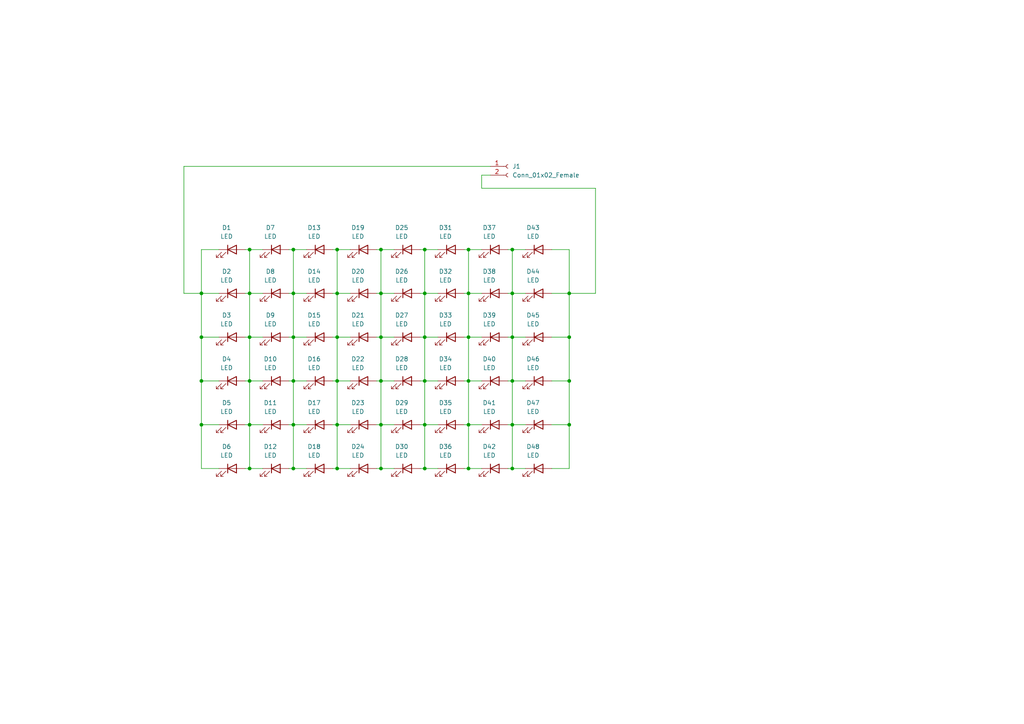
<source format=kicad_sch>
(kicad_sch (version 20211123) (generator eeschema)
  (paper "A4")
  (lib_symbols
    (symbol "Connector:Conn_01x02_Female" (pin_names (offset 1.016) hide)
      (property "Reference" "J" (at 0 2.54 0))
      (property "Value" "Conn_01x02_Female" (at 0 -5.08 0))
      (symbol "Conn_01x02_Female_1_1"
        (arc (start 0 -2.032) (mid -0.508 -2.54) (end 0 -3.048) (stroke (width 0.1524)))
        (polyline (pts (xy -1.27 -2.54) (xy -0.508 -2.54)) (stroke (width 0.1524)))
        (polyline (pts (xy -1.27 0) (xy -0.508 0)) (stroke (width 0.1524)))
        (arc (start 0 0.508) (mid -0.508 0) (end 0 -0.508) (stroke (width 0.1524)))
        (pin passive line (at -5.08 0 0) (length 3.81) (name "Pin_1") (number "1"))
        (pin passive line (at -5.08 -2.54 0) (length 3.81) (name "Pin_2") (number "2"))
      )
    )
    (symbol "Device:LED" (pin_numbers hide) (pin_names (offset 1.016) hide)
      (property "Reference" "D" (at 0 2.54 0))
      (property "Value" "LED" (at 0 -2.54 0))
      (symbol "LED_0_1"
        (polyline (pts (xy -1.27 -1.27) (xy -1.27 1.27)) (stroke (width 0.254)))
        (polyline (pts (xy -1.27 0) (xy 1.27 0)))
        (polyline (pts (xy 1.27 -1.27) (xy 1.27 1.27) (xy -1.27 0) (xy 1.27 -1.27)) (stroke (width 0.254)))
        (polyline (pts (xy -3.048 -0.762) (xy -4.572 -2.286) (xy -3.81 -2.286) (xy -4.572 -2.286) (xy -4.572 -1.524)))
        (polyline (pts (xy -1.778 -0.762) (xy -3.302 -2.286) (xy -2.54 -2.286) (xy -3.302 -2.286) (xy -3.302 -1.524)))
      )
      (symbol "LED_1_1"
        (pin passive line (at -3.81 0 0) (length 2.54) (name "K") (number "1"))
        (pin passive line (at 3.81 0 180) (length 2.54) (name "A") (number "2"))
      )
    )
  )
  (junction (at 123.19 135.89))
  (junction (at 165.1 123.19))
  (junction (at 58.42 97.79))
  (junction (at 165.1 85.09))
  (junction (at 72.39 135.89))
  (junction (at 85.09 72.39))
  (junction (at 97.79 72.39))
  (junction (at 110.49 72.39))
  (junction (at 135.89 72.39))
  (junction (at 72.39 72.39))
  (junction (at 165.1 97.79))
  (junction (at 58.42 85.09))
  (junction (at 148.59 97.79))
  (junction (at 148.59 110.49))
  (junction (at 148.59 123.19))
  (junction (at 72.39 85.09))
  (junction (at 85.09 85.09))
  (junction (at 110.49 123.19))
  (junction (at 135.89 123.19))
  (junction (at 123.19 123.19))
  (junction (at 97.79 110.49))
  (junction (at 97.79 97.79))
  (junction (at 97.79 85.09))
  (junction (at 110.49 85.09))
  (junction (at 123.19 85.09))
  (junction (at 135.89 85.09))
  (junction (at 148.59 85.09))
  (junction (at 135.89 110.49))
  (junction (at 123.19 97.79))
  (junction (at 110.49 97.79))
  (junction (at 135.89 97.79))
  (junction (at 123.19 110.49))
  (junction (at 110.49 110.49))
  (junction (at 85.09 123.19))
  (junction (at 97.79 123.19))
  (junction (at 72.39 123.19))
  (junction (at 72.39 110.49))
  (junction (at 72.39 97.79))
  (junction (at 85.09 97.79))
  (junction (at 85.09 110.49))
  (junction (at 85.09 135.89))
  (junction (at 123.19 72.39))
  (junction (at 97.79 135.89))
  (junction (at 148.59 72.39))
  (junction (at 58.42 110.49))
  (junction (at 135.89 135.89))
  (junction (at 110.49 135.89))
  (junction (at 148.59 135.89))
  (junction (at 165.1 110.49))
  (junction (at 58.42 123.19))
  (wire (pts (xy 123.19 110.49) (xy 127 110.49)))
  (wire (pts (xy 165.1 72.39) (xy 165.1 85.09)))
  (wire (pts (xy 134.62 97.79) (xy 135.89 97.79)))
  (wire (pts (xy 58.42 123.19) (xy 58.42 135.89)))
  (wire (pts (xy 58.42 110.49) (xy 63.5 110.49)))
  (wire (pts (xy 97.79 97.79) (xy 101.6 97.79)))
  (wire (pts (xy 165.1 85.09) (xy 172.72 85.09)))
  (wire (pts (xy 147.32 97.79) (xy 148.59 97.79)))
  (wire (pts (xy 135.89 97.79) (xy 139.7 97.79)))
  (wire (pts (xy 71.12 123.19) (xy 72.39 123.19)))
  (wire (pts (xy 160.02 97.79) (xy 165.1 97.79)))
  (wire (pts (xy 72.39 72.39) (xy 76.2 72.39)))
  (wire (pts (xy 72.39 123.19) (xy 72.39 135.89)))
  (wire (pts (xy 71.12 85.09) (xy 72.39 85.09)))
  (wire (pts (xy 134.62 110.49) (xy 135.89 110.49)))
  (wire (pts (xy 123.19 97.79) (xy 127 97.79)))
  (wire (pts (xy 135.89 97.79) (xy 135.89 110.49)))
  (wire (pts (xy 97.79 85.09) (xy 97.79 97.79)))
  (wire (pts (xy 97.79 110.49) (xy 101.6 110.49)))
  (wire (pts (xy 148.59 97.79) (xy 152.4 97.79)))
  (wire (pts (xy 148.59 85.09) (xy 152.4 85.09)))
  (wire (pts (xy 110.49 123.19) (xy 114.3 123.19)))
  (wire (pts (xy 72.39 135.89) (xy 76.2 135.89)))
  (wire (pts (xy 148.59 123.19) (xy 152.4 123.19)))
  (wire (pts (xy 148.59 110.49) (xy 152.4 110.49)))
  (wire (pts (xy 123.19 72.39) (xy 123.19 85.09)))
  (wire (pts (xy 160.02 123.19) (xy 165.1 123.19)))
  (wire (pts (xy 96.52 135.89) (xy 97.79 135.89)))
  (wire (pts (xy 72.39 85.09) (xy 72.39 97.79)))
  (wire (pts (xy 148.59 135.89) (xy 152.4 135.89)))
  (wire (pts (xy 71.12 97.79) (xy 72.39 97.79)))
  (wire (pts (xy 134.62 85.09) (xy 135.89 85.09)))
  (wire (pts (xy 85.09 110.49) (xy 88.9 110.49)))
  (wire (pts (xy 147.32 85.09) (xy 148.59 85.09)))
  (wire (pts (xy 97.79 135.89) (xy 101.6 135.89)))
  (wire (pts (xy 123.19 85.09) (xy 123.19 97.79)))
  (wire (pts (xy 148.59 72.39) (xy 152.4 72.39)))
  (wire (pts (xy 58.42 110.49) (xy 58.42 123.19)))
  (wire (pts (xy 72.39 123.19) (xy 76.2 123.19)))
  (wire (pts (xy 71.12 135.89) (xy 72.39 135.89)))
  (wire (pts (xy 121.92 135.89) (xy 123.19 135.89)))
  (wire (pts (xy 85.09 72.39) (xy 88.9 72.39)))
  (wire (pts (xy 72.39 110.49) (xy 76.2 110.49)))
  (wire (pts (xy 109.22 85.09) (xy 110.49 85.09)))
  (wire (pts (xy 72.39 72.39) (xy 72.39 85.09)))
  (wire (pts (xy 165.1 123.19) (xy 165.1 135.89)))
  (wire (pts (xy 165.1 110.49) (xy 165.1 123.19)))
  (wire (pts (xy 121.92 85.09) (xy 123.19 85.09)))
  (wire (pts (xy 58.42 97.79) (xy 58.42 110.49)))
  (wire (pts (xy 121.92 72.39) (xy 123.19 72.39)))
  (wire (pts (xy 135.89 110.49) (xy 139.7 110.49)))
  (wire (pts (xy 109.22 135.89) (xy 110.49 135.89)))
  (wire (pts (xy 97.79 72.39) (xy 101.6 72.39)))
  (wire (pts (xy 97.79 123.19) (xy 101.6 123.19)))
  (wire (pts (xy 123.19 123.19) (xy 123.19 135.89)))
  (wire (pts (xy 110.49 110.49) (xy 110.49 123.19)))
  (wire (pts (xy 58.42 135.89) (xy 63.5 135.89)))
  (wire (pts (xy 109.22 123.19) (xy 110.49 123.19)))
  (wire (pts (xy 148.59 72.39) (xy 148.59 85.09)))
  (wire (pts (xy 97.79 123.19) (xy 97.79 135.89)))
  (wire (pts (xy 110.49 97.79) (xy 110.49 110.49)))
  (wire (pts (xy 135.89 72.39) (xy 135.89 85.09)))
  (wire (pts (xy 135.89 123.19) (xy 135.89 135.89)))
  (wire (pts (xy 58.42 85.09) (xy 63.5 85.09)))
  (wire (pts (xy 85.09 72.39) (xy 85.09 85.09)))
  (wire (pts (xy 135.89 85.09) (xy 135.89 97.79)))
  (wire (pts (xy 139.7 54.61) (xy 139.7 50.8)))
  (wire (pts (xy 160.02 72.39) (xy 165.1 72.39)))
  (wire (pts (xy 85.09 97.79) (xy 85.09 110.49)))
  (wire (pts (xy 58.42 123.19) (xy 63.5 123.19)))
  (wire (pts (xy 97.79 85.09) (xy 101.6 85.09)))
  (wire (pts (xy 72.39 97.79) (xy 76.2 97.79)))
  (wire (pts (xy 97.79 97.79) (xy 97.79 110.49)))
  (wire (pts (xy 71.12 110.49) (xy 72.39 110.49)))
  (wire (pts (xy 83.82 97.79) (xy 85.09 97.79)))
  (wire (pts (xy 85.09 123.19) (xy 88.9 123.19)))
  (wire (pts (xy 135.89 135.89) (xy 139.7 135.89)))
  (wire (pts (xy 83.82 110.49) (xy 85.09 110.49)))
  (wire (pts (xy 85.09 97.79) (xy 88.9 97.79)))
  (wire (pts (xy 85.09 123.19) (xy 85.09 135.89)))
  (wire (pts (xy 85.09 110.49) (xy 85.09 123.19)))
  (wire (pts (xy 83.82 85.09) (xy 85.09 85.09)))
  (wire (pts (xy 85.09 85.09) (xy 85.09 97.79)))
  (wire (pts (xy 123.19 72.39) (xy 127 72.39)))
  (wire (pts (xy 160.02 135.89) (xy 165.1 135.89)))
  (wire (pts (xy 110.49 72.39) (xy 110.49 85.09)))
  (wire (pts (xy 110.49 85.09) (xy 110.49 97.79)))
  (wire (pts (xy 72.39 110.49) (xy 72.39 123.19)))
  (wire (pts (xy 109.22 97.79) (xy 110.49 97.79)))
  (wire (pts (xy 147.32 72.39) (xy 148.59 72.39)))
  (wire (pts (xy 96.52 72.39) (xy 97.79 72.39)))
  (wire (pts (xy 135.89 110.49) (xy 135.89 123.19)))
  (wire (pts (xy 72.39 85.09) (xy 76.2 85.09)))
  (wire (pts (xy 109.22 110.49) (xy 110.49 110.49)))
  (wire (pts (xy 58.42 72.39) (xy 63.5 72.39)))
  (wire (pts (xy 121.92 123.19) (xy 123.19 123.19)))
  (wire (pts (xy 109.22 72.39) (xy 110.49 72.39)))
  (wire (pts (xy 139.7 50.8) (xy 142.24 50.8)))
  (wire (pts (xy 123.19 135.89) (xy 127 135.89)))
  (wire (pts (xy 165.1 97.79) (xy 165.1 110.49)))
  (wire (pts (xy 58.42 85.09) (xy 53.34 85.09)))
  (wire (pts (xy 96.52 85.09) (xy 97.79 85.09)))
  (wire (pts (xy 134.62 135.89) (xy 135.89 135.89)))
  (wire (pts (xy 71.12 72.39) (xy 72.39 72.39)))
  (wire (pts (xy 53.34 48.26) (xy 142.24 48.26)))
  (wire (pts (xy 172.72 54.61) (xy 139.7 54.61)))
  (wire (pts (xy 148.59 97.79) (xy 148.59 110.49)))
  (wire (pts (xy 110.49 135.89) (xy 114.3 135.89)))
  (wire (pts (xy 148.59 110.49) (xy 148.59 123.19)))
  (wire (pts (xy 160.02 85.09) (xy 165.1 85.09)))
  (wire (pts (xy 110.49 85.09) (xy 114.3 85.09)))
  (wire (pts (xy 58.42 85.09) (xy 58.42 97.79)))
  (wire (pts (xy 121.92 97.79) (xy 123.19 97.79)))
  (wire (pts (xy 83.82 72.39) (xy 85.09 72.39)))
  (wire (pts (xy 135.89 85.09) (xy 139.7 85.09)))
  (wire (pts (xy 96.52 110.49) (xy 97.79 110.49)))
  (wire (pts (xy 83.82 135.89) (xy 85.09 135.89)))
  (wire (pts (xy 135.89 123.19) (xy 139.7 123.19)))
  (wire (pts (xy 123.19 97.79) (xy 123.19 110.49)))
  (wire (pts (xy 97.79 110.49) (xy 97.79 123.19)))
  (wire (pts (xy 96.52 97.79) (xy 97.79 97.79)))
  (wire (pts (xy 110.49 123.19) (xy 110.49 135.89)))
  (wire (pts (xy 160.02 110.49) (xy 165.1 110.49)))
  (wire (pts (xy 147.32 110.49) (xy 148.59 110.49)))
  (wire (pts (xy 110.49 97.79) (xy 114.3 97.79)))
  (wire (pts (xy 121.92 110.49) (xy 123.19 110.49)))
  (wire (pts (xy 147.32 123.19) (xy 148.59 123.19)))
  (wire (pts (xy 97.79 72.39) (xy 97.79 85.09)))
  (wire (pts (xy 110.49 110.49) (xy 114.3 110.49)))
  (wire (pts (xy 110.49 72.39) (xy 114.3 72.39)))
  (wire (pts (xy 58.42 97.79) (xy 63.5 97.79)))
  (wire (pts (xy 123.19 110.49) (xy 123.19 123.19)))
  (wire (pts (xy 123.19 85.09) (xy 127 85.09)))
  (wire (pts (xy 123.19 123.19) (xy 127 123.19)))
  (wire (pts (xy 85.09 85.09) (xy 88.9 85.09)))
  (wire (pts (xy 165.1 85.09) (xy 165.1 97.79)))
  (wire (pts (xy 53.34 85.09) (xy 53.34 48.26)))
  (wire (pts (xy 85.09 135.89) (xy 88.9 135.89)))
  (wire (pts (xy 96.52 123.19) (xy 97.79 123.19)))
  (wire (pts (xy 148.59 85.09) (xy 148.59 97.79)))
  (wire (pts (xy 135.89 72.39) (xy 139.7 72.39)))
  (wire (pts (xy 134.62 123.19) (xy 135.89 123.19)))
  (wire (pts (xy 83.82 123.19) (xy 85.09 123.19)))
  (wire (pts (xy 147.32 135.89) (xy 148.59 135.89)))
  (wire (pts (xy 72.39 97.79) (xy 72.39 110.49)))
  (wire (pts (xy 148.59 123.19) (xy 148.59 135.89)))
  (wire (pts (xy 172.72 85.09) (xy 172.72 54.61)))
  (wire (pts (xy 58.42 72.39) (xy 58.42 85.09)))
  (wire (pts (xy 134.62 72.39) (xy 135.89 72.39)))
  (symbol (lib_id "Device:LED") (at 156.21 110.49 0) (unit 1)
    (property "Reference" "D46" (at 154.6225 104.14 0))
    (property "Value" "LED" (at 154.6225 106.68 0))
    (property "Footprint" "LED_THT:LED_D5.0mm" (effects hide))
  )
  (symbol (lib_id "Device:LED") (at 143.51 110.49 0) (unit 1)
    (property "Reference" "D40" (at 141.9225 104.14 0))
    (property "Value" "LED" (at 141.9225 106.68 0))
    (property "Footprint" "LED_THT:LED_D5.0mm" (effects hide))
  )
  (symbol (lib_id "Device:LED") (at 118.11 135.89 0) (unit 1)
    (property "Reference" "D30" (at 116.5225 129.54 0))
    (property "Value" "LED" (at 116.5225 132.08 0))
    (property "Footprint" "LED_THT:LED_D5.0mm" (effects hide))
  )
  (symbol (lib_id "Device:LED") (at 130.81 123.19 0) (unit 1)
    (property "Reference" "D35" (at 129.2225 116.84 0))
    (property "Value" "LED" (at 129.2225 119.38 0))
    (property "Footprint" "LED_THT:LED_D5.0mm" (effects hide))
  )
  (symbol (lib_id "Device:LED") (at 143.51 97.79 0) (unit 1)
    (property "Reference" "D39" (at 141.9225 91.44 0))
    (property "Value" "LED" (at 141.9225 93.98 0))
    (property "Footprint" "LED_THT:LED_D5.0mm" (effects hide))
  )
  (symbol (lib_id "Connector:Conn_01x02_Female") (at 147.32 48.26 0) (unit 1)
    (property "Reference" "J1" (at 148.59 48.2599 0) (effects (justify left)))
    (property "Value" "Conn_01x02_Female" (at 148.59 50.7999 0) (effects (justify left)))
    (property "Footprint" "Connector_PinHeader_2.54mm:PinHeader_1x02_P2.54mm_Vertical" (effects hide))
  )
  (symbol (lib_id "Device:LED") (at 156.21 97.79 0) (unit 1)
    (property "Reference" "D45" (at 154.6225 91.44 0))
    (property "Value" "LED" (at 154.6225 93.98 0))
    (property "Footprint" "LED_THT:LED_D5.0mm" (effects hide))
  )
  (symbol (lib_id "Device:LED") (at 92.71 85.09 0) (unit 1)
    (property "Reference" "D14" (at 91.1225 78.74 0))
    (property "Value" "LED" (at 91.1225 81.28 0))
    (property "Footprint" "LED_THT:LED_D5.0mm" (effects hide))
  )
  (symbol (lib_id "Device:LED") (at 156.21 135.89 0) (unit 1)
    (property "Reference" "D48" (at 154.6225 129.54 0))
    (property "Value" "LED" (at 154.6225 132.08 0))
    (property "Footprint" "LED_THT:LED_D5.0mm" (effects hide))
  )
  (symbol (lib_id "Device:LED") (at 92.71 72.39 0) (unit 1)
    (property "Reference" "D13" (at 91.1225 66.04 0))
    (property "Value" "LED" (at 91.1225 68.58 0))
    (property "Footprint" "LED_THT:LED_D5.0mm" (effects hide))
  )
  (symbol (lib_id "Device:LED") (at 105.41 135.89 0) (unit 1)
    (property "Reference" "D24" (at 103.8225 129.54 0))
    (property "Value" "LED" (at 103.8225 132.08 0))
    (property "Footprint" "LED_THT:LED_D5.0mm" (effects hide))
  )
  (symbol (lib_id "Device:LED") (at 130.81 135.89 0) (unit 1)
    (property "Reference" "D36" (at 129.2225 129.54 0))
    (property "Value" "LED" (at 129.2225 132.08 0))
    (property "Footprint" "LED_THT:LED_D5.0mm" (effects hide))
  )
  (symbol (lib_id "Device:LED") (at 156.21 72.39 0) (unit 1)
    (property "Reference" "D43" (at 154.6225 66.04 0))
    (property "Value" "LED" (at 154.6225 68.58 0))
    (property "Footprint" "LED_THT:LED_D5.0mm" (effects hide))
  )
  (symbol (lib_id "Device:LED") (at 80.01 135.89 0) (unit 1)
    (property "Reference" "D12" (at 78.4225 129.54 0))
    (property "Value" "LED" (at 78.4225 132.08 0))
    (property "Footprint" "LED_THT:LED_D5.0mm" (effects hide))
  )
  (symbol (lib_id "Device:LED") (at 105.41 110.49 0) (unit 1)
    (property "Reference" "D22" (at 103.8225 104.14 0))
    (property "Value" "LED" (at 103.8225 106.68 0))
    (property "Footprint" "LED_THT:LED_D5.0mm" (effects hide))
  )
  (symbol (lib_id "Device:LED") (at 143.51 72.39 0) (unit 1)
    (property "Reference" "D37" (at 141.9225 66.04 0))
    (property "Value" "LED" (at 141.9225 68.58 0))
    (property "Footprint" "LED_THT:LED_D5.0mm" (effects hide))
  )
  (symbol (lib_id "Device:LED") (at 105.41 123.19 0) (unit 1)
    (property "Reference" "D23" (at 103.8225 116.84 0))
    (property "Value" "LED" (at 103.8225 119.38 0))
    (property "Footprint" "LED_THT:LED_D5.0mm" (effects hide))
  )
  (symbol (lib_id "Device:LED") (at 143.51 85.09 0) (unit 1)
    (property "Reference" "D38" (at 141.9225 78.74 0))
    (property "Value" "LED" (at 141.9225 81.28 0))
    (property "Footprint" "LED_THT:LED_D5.0mm" (effects hide))
  )
  (symbol (lib_id "Device:LED") (at 130.81 85.09 0) (unit 1)
    (property "Reference" "D32" (at 129.2225 78.74 0))
    (property "Value" "LED" (at 129.2225 81.28 0))
    (property "Footprint" "LED_THT:LED_D5.0mm" (effects hide))
  )
  (symbol (lib_id "Device:LED") (at 80.01 85.09 0) (unit 1)
    (property "Reference" "D8" (at 78.4225 78.74 0))
    (property "Value" "LED" (at 78.4225 81.28 0))
    (property "Footprint" "LED_THT:LED_D5.0mm" (effects hide))
  )
  (symbol (lib_id "Device:LED") (at 67.31 85.09 0) (unit 1)
    (property "Reference" "D2" (at 65.7225 78.74 0))
    (property "Value" "LED" (at 65.7225 81.28 0))
    (property "Footprint" "LED_THT:LED_D5.0mm" (effects hide))
  )
  (symbol (lib_id "Device:LED") (at 92.71 135.89 0) (unit 1)
    (property "Reference" "D18" (at 91.1225 129.54 0))
    (property "Value" "LED" (at 91.1225 132.08 0))
    (property "Footprint" "LED_THT:LED_D5.0mm" (effects hide))
  )
  (symbol (lib_id "Device:LED") (at 118.11 97.79 0) (unit 1)
    (property "Reference" "D27" (at 116.5225 91.44 0))
    (property "Value" "LED" (at 116.5225 93.98 0))
    (property "Footprint" "LED_THT:LED_D5.0mm" (effects hide))
  )
  (symbol (lib_id "Device:LED") (at 67.31 72.39 0) (unit 1)
    (property "Reference" "D1" (at 65.7225 66.04 0))
    (property "Value" "LED" (at 65.7225 68.58 0))
    (property "Footprint" "LED_THT:LED_D5.0mm" (effects hide))
  )
  (symbol (lib_id "Device:LED") (at 105.41 85.09 0) (unit 1)
    (property "Reference" "D20" (at 103.8225 78.74 0))
    (property "Value" "LED" (at 103.8225 81.28 0))
    (property "Footprint" "LED_THT:LED_D5.0mm" (effects hide))
  )
  (symbol (lib_id "Device:LED") (at 118.11 72.39 0) (unit 1)
    (property "Reference" "D25" (at 116.5225 66.04 0))
    (property "Value" "LED" (at 116.5225 68.58 0))
    (property "Footprint" "LED_THT:LED_D5.0mm" (effects hide))
  )
  (symbol (lib_id "Device:LED") (at 105.41 72.39 0) (unit 1)
    (property "Reference" "D19" (at 103.8225 66.04 0))
    (property "Value" "LED" (at 103.8225 68.58 0))
    (property "Footprint" "LED_THT:LED_D5.0mm" (effects hide))
  )
  (symbol (lib_id "Device:LED") (at 118.11 85.09 0) (unit 1)
    (property "Reference" "D26" (at 116.5225 78.74 0))
    (property "Value" "LED" (at 116.5225 81.28 0))
    (property "Footprint" "LED_THT:LED_D5.0mm" (effects hide))
  )
  (symbol (lib_id "Device:LED") (at 80.01 123.19 0) (unit 1)
    (property "Reference" "D11" (at 78.4225 116.84 0))
    (property "Value" "LED" (at 78.4225 119.38 0))
    (property "Footprint" "LED_THT:LED_D5.0mm" (effects hide))
  )
  (symbol (lib_id "Device:LED") (at 143.51 135.89 0) (unit 1)
    (property "Reference" "D42" (at 141.9225 129.54 0))
    (property "Value" "LED" (at 141.9225 132.08 0))
    (property "Footprint" "LED_THT:LED_D5.0mm" (effects hide))
  )
  (symbol (lib_id "Device:LED") (at 67.31 123.19 0) (unit 1)
    (property "Reference" "D5" (at 65.7225 116.84 0))
    (property "Value" "LED" (at 65.7225 119.38 0))
    (property "Footprint" "LED_THT:LED_D5.0mm" (effects hide))
  )
  (symbol (lib_id "Device:LED") (at 80.01 110.49 0) (unit 1)
    (property "Reference" "D10" (at 78.4225 104.14 0))
    (property "Value" "LED" (at 78.4225 106.68 0))
    (property "Footprint" "LED_THT:LED_D5.0mm" (effects hide))
  )
  (symbol (lib_id "Device:LED") (at 156.21 85.09 0) (unit 1)
    (property "Reference" "D44" (at 154.6225 78.74 0))
    (property "Value" "LED" (at 154.6225 81.28 0))
    (property "Footprint" "LED_THT:LED_D5.0mm" (effects hide))
  )
  (symbol (lib_id "Device:LED") (at 80.01 72.39 0) (unit 1)
    (property "Reference" "D7" (at 78.4225 66.04 0))
    (property "Value" "LED" (at 78.4225 68.58 0))
    (property "Footprint" "LED_THT:LED_D5.0mm" (effects hide))
  )
  (symbol (lib_id "Device:LED") (at 130.81 72.39 0) (unit 1)
    (property "Reference" "D31" (at 129.2225 66.04 0))
    (property "Value" "LED" (at 129.2225 68.58 0))
    (property "Footprint" "LED_THT:LED_D5.0mm" (effects hide))
  )
  (symbol (lib_id "Device:LED") (at 80.01 97.79 0) (unit 1)
    (property "Reference" "D9" (at 78.4225 91.44 0))
    (property "Value" "LED" (at 78.4225 93.98 0))
    (property "Footprint" "LED_THT:LED_D5.0mm" (effects hide))
  )
  (symbol (lib_id "Device:LED") (at 156.21 123.19 0) (unit 1)
    (property "Reference" "D47" (at 154.6225 116.84 0))
    (property "Value" "LED" (at 154.6225 119.38 0))
    (property "Footprint" "LED_THT:LED_D5.0mm" (effects hide))
  )
  (symbol (lib_id "Device:LED") (at 130.81 110.49 0) (unit 1)
    (property "Reference" "D34" (at 129.2225 104.14 0))
    (property "Value" "LED" (at 129.2225 106.68 0))
    (property "Footprint" "LED_THT:LED_D5.0mm" (effects hide))
  )
  (symbol (lib_id "Device:LED") (at 143.51 123.19 0) (unit 1)
    (property "Reference" "D41" (at 141.9225 116.84 0))
    (property "Value" "LED" (at 141.9225 119.38 0))
    (property "Footprint" "LED_THT:LED_D5.0mm" (effects hide))
  )
  (symbol (lib_id "Device:LED") (at 92.71 123.19 0) (unit 1)
    (property "Reference" "D17" (at 91.1225 116.84 0))
    (property "Value" "LED" (at 91.1225 119.38 0))
    (property "Footprint" "LED_THT:LED_D5.0mm" (effects hide))
  )
  (symbol (lib_id "Device:LED") (at 67.31 135.89 0) (unit 1)
    (property "Reference" "D6" (at 65.7225 129.54 0))
    (property "Value" "LED" (at 65.7225 132.08 0))
    (property "Footprint" "LED_THT:LED_D5.0mm" (effects hide))
  )
  (symbol (lib_id "Device:LED") (at 67.31 97.79 0) (unit 1)
    (property "Reference" "D3" (at 65.7225 91.44 0))
    (property "Value" "LED" (at 65.7225 93.98 0))
    (property "Footprint" "LED_THT:LED_D5.0mm" (effects hide))
  )
  (symbol (lib_id "Device:LED") (at 118.11 123.19 0) (unit 1)
    (property "Reference" "D29" (at 116.5225 116.84 0))
    (property "Value" "LED" (at 116.5225 119.38 0))
    (property "Footprint" "LED_THT:LED_D5.0mm" (effects hide))
  )
  (symbol (lib_id "Device:LED") (at 130.81 97.79 0) (unit 1)
    (property "Reference" "D33" (at 129.2225 91.44 0))
    (property "Value" "LED" (at 129.2225 93.98 0))
    (property "Footprint" "LED_THT:LED_D5.0mm" (effects hide))
  )
  (symbol (lib_id "Device:LED") (at 92.71 97.79 0) (unit 1)
    (property "Reference" "D15" (at 91.1225 91.44 0))
    (property "Value" "LED" (at 91.1225 93.98 0))
    (property "Footprint" "LED_THT:LED_D5.0mm" (effects hide))
  )
  (symbol (lib_id "Device:LED") (at 105.41 97.79 0) (unit 1)
    (property "Reference" "D21" (at 103.8225 91.44 0))
    (property "Value" "LED" (at 103.8225 93.98 0))
    (property "Footprint" "LED_THT:LED_D5.0mm" (effects hide))
  )
  (symbol (lib_id "Device:LED") (at 67.31 110.49 0) (unit 1)
    (property "Reference" "D4" (at 65.7225 104.14 0))
    (property "Value" "LED" (at 65.7225 106.68 0))
    (property "Footprint" "LED_THT:LED_D5.0mm" (effects hide))
  )
  (symbol (lib_id "Device:LED") (at 92.71 110.49 0) (unit 1)
    (property "Reference" "D16" (at 91.1225 104.14 0))
    (property "Value" "LED" (at 91.1225 106.68 0))
    (property "Footprint" "LED_THT:LED_D5.0mm" (effects hide))
  )
  (symbol (lib_id "Device:LED") (at 118.11 110.49 0) (unit 1)
    (property "Reference" "D28" (at 116.5225 104.14 0))
    (property "Value" "LED" (at 116.5225 106.68 0))
    (property "Footprint" "LED_THT:LED_D5.0mm" (effects hide))
  )
)
</source>
